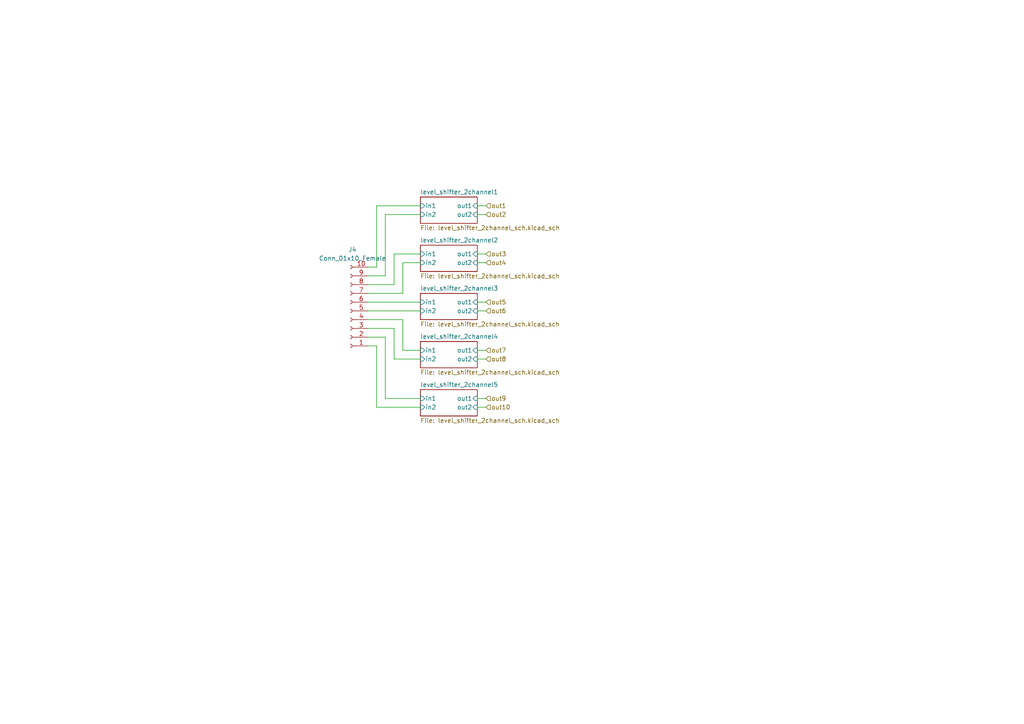
<source format=kicad_sch>
(kicad_sch (version 20211123) (generator eeschema)
  (paper "A4")
  (lib_symbols
    (symbol "Connector:Conn_01x10_Female" (pin_names (offset 1.016) hide)
      (property "Reference" "J" (at 0 12.7 0))
      (property "Value" "Conn_01x10_Female" (at 0 -15.24 0))
      (symbol "Conn_01x10_Female_1_1"
        (arc (start 0 -12.192) (mid -0.508 -12.7) (end 0 -13.208) (stroke (width 0.1524)))
        (arc (start 0 -9.652) (mid -0.508 -10.16) (end 0 -10.668) (stroke (width 0.1524)))
        (arc (start 0 -7.112) (mid -0.508 -7.62) (end 0 -8.128) (stroke (width 0.1524)))
        (arc (start 0 -4.572) (mid -0.508 -5.08) (end 0 -5.588) (stroke (width 0.1524)))
        (arc (start 0 -2.032) (mid -0.508 -2.54) (end 0 -3.048) (stroke (width 0.1524)))
        (polyline (pts (xy -1.27 -12.7) (xy -0.508 -12.7)) (stroke (width 0.1524)))
        (polyline (pts (xy -1.27 -10.16) (xy -0.508 -10.16)) (stroke (width 0.1524)))
        (polyline (pts (xy -1.27 -7.62) (xy -0.508 -7.62)) (stroke (width 0.1524)))
        (polyline (pts (xy -1.27 -5.08) (xy -0.508 -5.08)) (stroke (width 0.1524)))
        (polyline (pts (xy -1.27 -2.54) (xy -0.508 -2.54)) (stroke (width 0.1524)))
        (polyline (pts (xy -1.27 0) (xy -0.508 0)) (stroke (width 0.1524)))
        (polyline (pts (xy -1.27 2.54) (xy -0.508 2.54)) (stroke (width 0.1524)))
        (polyline (pts (xy -1.27 5.08) (xy -0.508 5.08)) (stroke (width 0.1524)))
        (polyline (pts (xy -1.27 7.62) (xy -0.508 7.62)) (stroke (width 0.1524)))
        (polyline (pts (xy -1.27 10.16) (xy -0.508 10.16)) (stroke (width 0.1524)))
        (arc (start 0 0.508) (mid -0.508 0) (end 0 -0.508) (stroke (width 0.1524)))
        (arc (start 0 3.048) (mid -0.508 2.54) (end 0 2.032) (stroke (width 0.1524)))
        (arc (start 0 5.588) (mid -0.508 5.08) (end 0 4.572) (stroke (width 0.1524)))
        (arc (start 0 8.128) (mid -0.508 7.62) (end 0 7.112) (stroke (width 0.1524)))
        (arc (start 0 10.668) (mid -0.508 10.16) (end 0 9.652) (stroke (width 0.1524)))
        (pin passive line (at -5.08 10.16 0) (length 3.81) (name "Pin_1") (number "1"))
        (pin passive line (at -5.08 -12.7 0) (length 3.81) (name "Pin_10") (number "10"))
        (pin passive line (at -5.08 7.62 0) (length 3.81) (name "Pin_2") (number "2"))
        (pin passive line (at -5.08 5.08 0) (length 3.81) (name "Pin_3") (number "3"))
        (pin passive line (at -5.08 2.54 0) (length 3.81) (name "Pin_4") (number "4"))
        (pin passive line (at -5.08 0 0) (length 3.81) (name "Pin_5") (number "5"))
        (pin passive line (at -5.08 -2.54 0) (length 3.81) (name "Pin_6") (number "6"))
        (pin passive line (at -5.08 -5.08 0) (length 3.81) (name "Pin_7") (number "7"))
        (pin passive line (at -5.08 -7.62 0) (length 3.81) (name "Pin_8") (number "8"))
        (pin passive line (at -5.08 -10.16 0) (length 3.81) (name "Pin_9") (number "9"))
      )
    )
  )
  (wire (pts (xy 116.84 92.71) (xy 116.84 101.6)))
  (wire (pts (xy 138.43 59.69) (xy 140.97 59.69)))
  (wire (pts (xy 121.92 118.11) (xy 109.22 118.11)))
  (wire (pts (xy 138.43 62.23) (xy 140.97 62.23)))
  (wire (pts (xy 138.43 73.66) (xy 140.97 73.66)))
  (wire (pts (xy 114.3 73.66) (xy 114.3 82.55)))
  (wire (pts (xy 109.22 77.47) (xy 109.22 59.69)))
  (wire (pts (xy 138.43 104.14) (xy 140.97 104.14)))
  (wire (pts (xy 114.3 104.14) (xy 114.3 95.25)))
  (wire (pts (xy 138.43 101.6) (xy 140.97 101.6)))
  (wire (pts (xy 138.43 118.11) (xy 140.97 118.11)))
  (wire (pts (xy 109.22 100.33) (xy 106.68 100.33)))
  (wire (pts (xy 106.68 90.17) (xy 121.92 90.17)))
  (wire (pts (xy 106.68 92.71) (xy 116.84 92.71)))
  (wire (pts (xy 116.84 76.2) (xy 116.84 85.09)))
  (wire (pts (xy 116.84 85.09) (xy 106.68 85.09)))
  (wire (pts (xy 121.92 76.2) (xy 116.84 76.2)))
  (wire (pts (xy 138.43 90.17) (xy 140.97 90.17)))
  (wire (pts (xy 111.76 62.23) (xy 111.76 80.01)))
  (wire (pts (xy 121.92 73.66) (xy 114.3 73.66)))
  (wire (pts (xy 121.92 62.23) (xy 111.76 62.23)))
  (wire (pts (xy 116.84 101.6) (xy 121.92 101.6)))
  (wire (pts (xy 111.76 115.57) (xy 121.92 115.57)))
  (wire (pts (xy 138.43 87.63) (xy 140.97 87.63)))
  (wire (pts (xy 106.68 77.47) (xy 109.22 77.47)))
  (wire (pts (xy 109.22 118.11) (xy 109.22 100.33)))
  (wire (pts (xy 111.76 80.01) (xy 106.68 80.01)))
  (wire (pts (xy 121.92 104.14) (xy 114.3 104.14)))
  (wire (pts (xy 109.22 59.69) (xy 121.92 59.69)))
  (wire (pts (xy 138.43 76.2) (xy 140.97 76.2)))
  (wire (pts (xy 138.43 115.57) (xy 140.97 115.57)))
  (wire (pts (xy 111.76 97.79) (xy 111.76 115.57)))
  (wire (pts (xy 106.68 87.63) (xy 121.92 87.63)))
  (wire (pts (xy 114.3 82.55) (xy 106.68 82.55)))
  (wire (pts (xy 106.68 97.79) (xy 111.76 97.79)))
  (wire (pts (xy 114.3 95.25) (xy 106.68 95.25)))
  (hierarchical_label "out5" (shape input) (at 140.97 87.63 0))
  (hierarchical_label "out6" (shape input) (at 140.97 90.17 0))
  (hierarchical_label "out3" (shape input) (at 140.97 73.66 0))
  (hierarchical_label "out8" (shape input) (at 140.97 104.14 0))
  (hierarchical_label "out7" (shape input) (at 140.97 101.6 0))
  (hierarchical_label "out10" (shape input) (at 140.97 118.11 0))
  (hierarchical_label "out1" (shape input) (at 140.97 59.69 0))
  (hierarchical_label "out9" (shape input) (at 140.97 115.57 0))
  (hierarchical_label "out2" (shape input) (at 140.97 62.23 0))
  (hierarchical_label "out4" (shape input) (at 140.97 76.2 0))
  (symbol (lib_id "Connector:Conn_01x10_Female") (at 101.6 90.17 180) (unit 1)
    (property "Reference" "J4" (at 102.235 72.39 0))
    (property "Value" "Conn_01x10_Female" (at 102.235 74.93 0))
    (property "Footprint" "Connector_PinSocket_2.54mm:PinSocket_1x10_P2.54mm_Vertical" (effects hide))
  )
  (sheet (at 121.92 85.09) (size 16.51 7.62) (stroke (width 0.1524))
    (property "Sheet name" "level_shifter_2channel3" (at 121.92 84.3784 0) (effects (justify left bottom)))
    (property "Sheet file" "level_shifter_2channel_sch.kicad_sch" (at 121.92 93.2946 0) (effects (justify left top)))
    (pin "out2" input (at 138.43 90.17 0))
    (pin "out1" input (at 138.43 87.63 0))
    (pin "in1" input (at 121.92 87.63 180))
    (pin "in2" input (at 121.92 90.17 180))
  )
  (sheet (at 121.92 99.06) (size 16.51 7.62) (stroke (width 0.1524))
    (property "Sheet name" "level_shifter_2channel4" (at 121.92 98.3484 0) (effects (justify left bottom)))
    (property "Sheet file" "level_shifter_2channel_sch.kicad_sch" (at 121.92 107.2646 0) (effects (justify left top)))
    (pin "out2" input (at 138.43 104.14 0))
    (pin "out1" input (at 138.43 101.6 0))
    (pin "in1" input (at 121.92 101.6 180))
    (pin "in2" input (at 121.92 104.14 180))
  )
  (sheet (at 121.92 57.15) (size 16.51 7.62) (stroke (width 0.1524))
    (property "Sheet name" "level_shifter_2channel1" (at 121.92 56.4384 0) (effects (justify left bottom)))
    (property "Sheet file" "level_shifter_2channel_sch.kicad_sch" (at 121.92 65.3546 0) (effects (justify left top)))
    (pin "out2" input (at 138.43 62.23 0))
    (pin "out1" input (at 138.43 59.69 0))
    (pin "in1" input (at 121.92 59.69 180))
    (pin "in2" input (at 121.92 62.23 180))
  )
  (sheet (at 121.92 113.03) (size 16.51 7.62) (stroke (width 0.1524))
    (property "Sheet name" "level_shifter_2channel5" (at 121.92 112.3184 0) (effects (justify left bottom)))
    (property "Sheet file" "level_shifter_2channel_sch.kicad_sch" (at 121.92 121.2346 0) (effects (justify left top)))
    (pin "out2" input (at 138.43 118.11 0))
    (pin "out1" input (at 138.43 115.57 0))
    (pin "in1" input (at 121.92 115.57 180))
    (pin "in2" input (at 121.92 118.11 180))
  )
  (sheet (at 121.92 71.12) (size 16.51 7.62) (stroke (width 0.1524))
    (property "Sheet name" "level_shifter_2channel2" (at 121.92 70.4084 0) (effects (justify left bottom)))
    (property "Sheet file" "level_shifter_2channel_sch.kicad_sch" (at 121.92 79.3246 0) (effects (justify left top)))
    (pin "out2" input (at 138.43 76.2 0))
    (pin "out1" input (at 138.43 73.66 0))
    (pin "in1" input (at 121.92 73.66 180))
    (pin "in2" input (at 121.92 76.2 180))
  )
)
</source>
